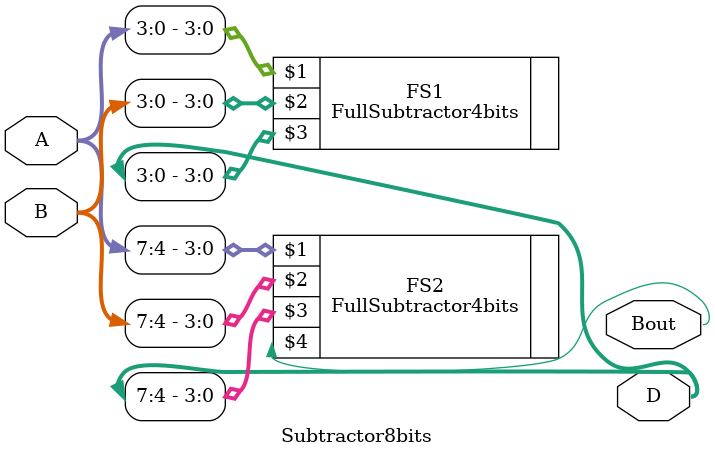
<source format=v>
`timescale 1ns / 1ps
module Subtractor8bits(
	input [7:0] A, B,
	output [7:0] D,
	output Bout
    );
wire [3:0] e;	 
FullSubtractor4bits FS1 (A[3:0], B[3:0], D[3:0], );
FullSubtractor4bits FS2 (A[7:4], B[7:4], D[7:4], Bout);
endmodule

</source>
